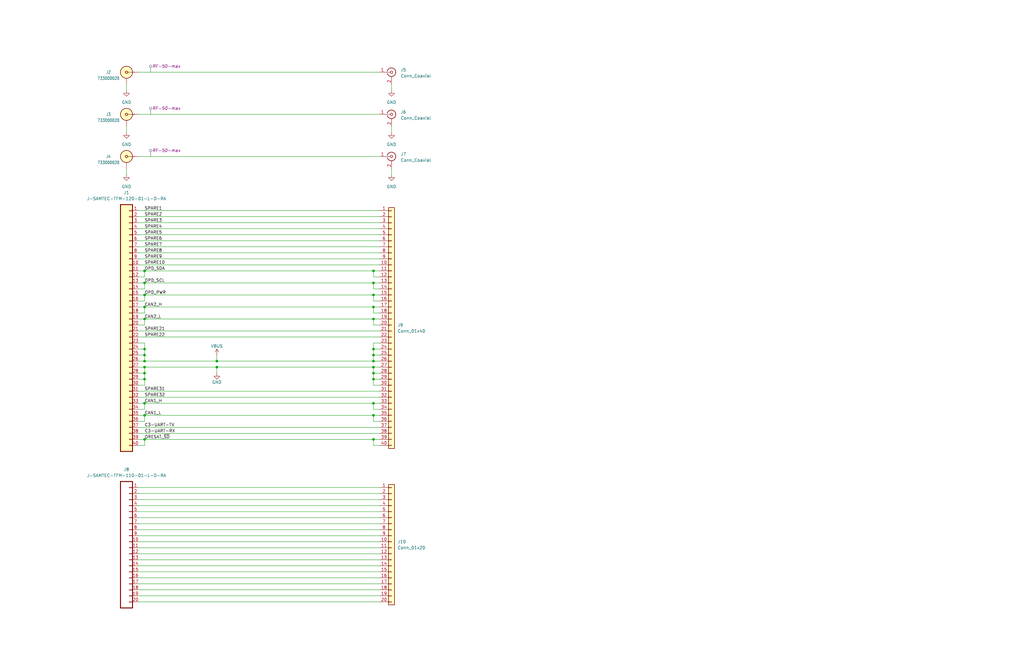
<source format=kicad_sch>
(kicad_sch (version 20230121) (generator eeschema)
  (paper "USLedger")
  (lib_symbols
    (symbol "Connector:Conn_Coaxial" (pin_names (offset 1.016) hide)
      (property "Reference" "J" (at 0.254 3.048 0))
      (property "Value" "Conn_Coaxial" (at 2.921 0 90))
      (symbol "Conn_Coaxial_0_1"
        (arc (start -1.778 -0.508) (mid 0.2311 -1.8066) (end 1.778 0) (stroke (width 0.254)))
        (polyline (pts (xy -2.54 0) (xy -0.508 0)))
        (polyline (pts (xy 0 -2.54) (xy 0 -1.778)))
        (circle (center 0 0) (radius 0.508) (stroke (width 0.2032)))
        (arc (start 1.778 0) (mid 0.2099 1.8101) (end -1.778 0.508) (stroke (width 0.254)))
      )
      (symbol "Conn_Coaxial_1_1"
        (pin passive line (at -5.08 0 0) (length 2.54) (name "In") (number "1"))
        (pin passive line (at 0 -5.08 90) (length 2.54) (name "Ext") (number "2"))
      )
    )
    (symbol "Connector_Generic:Conn_01x20" (pin_names (offset 1.016) hide)
      (property "Reference" "J" (at 0 25.4 0))
      (property "Value" "Conn_01x20" (at 0 -27.94 0))
      (symbol "Conn_01x20_1_1"
        (rectangle (start -1.27 -25.273) (end 0 -25.527) (stroke (width 0.1524)))
        (rectangle (start -1.27 -22.733) (end 0 -22.987) (stroke (width 0.1524)))
        (rectangle (start -1.27 -20.193) (end 0 -20.447) (stroke (width 0.1524)))
        (rectangle (start -1.27 -17.653) (end 0 -17.907) (stroke (width 0.1524)))
        (rectangle (start -1.27 -15.113) (end 0 -15.367) (stroke (width 0.1524)))
        (rectangle (start -1.27 -12.573) (end 0 -12.827) (stroke (width 0.1524)))
        (rectangle (start -1.27 -10.033) (end 0 -10.287) (stroke (width 0.1524)))
        (rectangle (start -1.27 -7.493) (end 0 -7.747) (stroke (width 0.1524)))
        (rectangle (start -1.27 -4.953) (end 0 -5.207) (stroke (width 0.1524)))
        (rectangle (start -1.27 -2.413) (end 0 -2.667) (stroke (width 0.1524)))
        (rectangle (start -1.27 0.127) (end 0 -0.127) (stroke (width 0.1524)))
        (rectangle (start -1.27 2.667) (end 0 2.413) (stroke (width 0.1524)))
        (rectangle (start -1.27 5.207) (end 0 4.953) (stroke (width 0.1524)))
        (rectangle (start -1.27 7.747) (end 0 7.493) (stroke (width 0.1524)))
        (rectangle (start -1.27 10.287) (end 0 10.033) (stroke (width 0.1524)))
        (rectangle (start -1.27 12.827) (end 0 12.573) (stroke (width 0.1524)))
        (rectangle (start -1.27 15.367) (end 0 15.113) (stroke (width 0.1524)))
        (rectangle (start -1.27 17.907) (end 0 17.653) (stroke (width 0.1524)))
        (rectangle (start -1.27 20.447) (end 0 20.193) (stroke (width 0.1524)))
        (rectangle (start -1.27 22.987) (end 0 22.733) (stroke (width 0.1524)))
        (rectangle (start -1.27 24.13) (end 1.27 -26.67) (stroke (width 0.254)) (fill (type background)))
        (pin passive line (at -5.08 22.86 0) (length 3.81) (name "Pin_1") (number "1"))
        (pin passive line (at -5.08 0 0) (length 3.81) (name "Pin_10") (number "10"))
        (pin passive line (at -5.08 -2.54 0) (length 3.81) (name "Pin_11") (number "11"))
        (pin passive line (at -5.08 -5.08 0) (length 3.81) (name "Pin_12") (number "12"))
        (pin passive line (at -5.08 -7.62 0) (length 3.81) (name "Pin_13") (number "13"))
        (pin passive line (at -5.08 -10.16 0) (length 3.81) (name "Pin_14") (number "14"))
        (pin passive line (at -5.08 -12.7 0) (length 3.81) (name "Pin_15") (number "15"))
        (pin passive line (at -5.08 -15.24 0) (length 3.81) (name "Pin_16") (number "16"))
        (pin passive line (at -5.08 -17.78 0) (length 3.81) (name "Pin_17") (number "17"))
        (pin passive line (at -5.08 -20.32 0) (length 3.81) (name "Pin_18") (number "18"))
        (pin passive line (at -5.08 -22.86 0) (length 3.81) (name "Pin_19") (number "19"))
        (pin passive line (at -5.08 20.32 0) (length 3.81) (name "Pin_2") (number "2"))
        (pin passive line (at -5.08 -25.4 0) (length 3.81) (name "Pin_20") (number "20"))
        (pin passive line (at -5.08 17.78 0) (length 3.81) (name "Pin_3") (number "3"))
        (pin passive line (at -5.08 15.24 0) (length 3.81) (name "Pin_4") (number "4"))
        (pin passive line (at -5.08 12.7 0) (length 3.81) (name "Pin_5") (number "5"))
        (pin passive line (at -5.08 10.16 0) (length 3.81) (name "Pin_6") (number "6"))
        (pin passive line (at -5.08 7.62 0) (length 3.81) (name "Pin_7") (number "7"))
        (pin passive line (at -5.08 5.08 0) (length 3.81) (name "Pin_8") (number "8"))
        (pin passive line (at -5.08 2.54 0) (length 3.81) (name "Pin_9") (number "9"))
      )
    )
    (symbol "Connector_Generic:Conn_01x40" (pin_names (offset 1.016) hide)
      (property "Reference" "J" (at 0 50.8 0))
      (property "Value" "Conn_01x40" (at 0 -53.34 0))
      (symbol "Conn_01x40_1_1"
        (rectangle (start -1.27 -50.673) (end 0 -50.927) (stroke (width 0.1524)))
        (rectangle (start -1.27 -48.133) (end 0 -48.387) (stroke (width 0.1524)))
        (rectangle (start -1.27 -45.593) (end 0 -45.847) (stroke (width 0.1524)))
        (rectangle (start -1.27 -43.053) (end 0 -43.307) (stroke (width 0.1524)))
        (rectangle (start -1.27 -40.513) (end 0 -40.767) (stroke (width 0.1524)))
        (rectangle (start -1.27 -37.973) (end 0 -38.227) (stroke (width 0.1524)))
        (rectangle (start -1.27 -35.433) (end 0 -35.687) (stroke (width 0.1524)))
        (rectangle (start -1.27 -32.893) (end 0 -33.147) (stroke (width 0.1524)))
        (rectangle (start -1.27 -30.353) (end 0 -30.607) (stroke (width 0.1524)))
        (rectangle (start -1.27 -27.813) (end 0 -28.067) (stroke (width 0.1524)))
        (rectangle (start -1.27 -25.273) (end 0 -25.527) (stroke (width 0.1524)))
        (rectangle (start -1.27 -22.733) (end 0 -22.987) (stroke (width 0.1524)))
        (rectangle (start -1.27 -20.193) (end 0 -20.447) (stroke (width 0.1524)))
        (rectangle (start -1.27 -17.653) (end 0 -17.907) (stroke (width 0.1524)))
        (rectangle (start -1.27 -15.113) (end 0 -15.367) (stroke (width 0.1524)))
        (rectangle (start -1.27 -12.573) (end 0 -12.827) (stroke (width 0.1524)))
        (rectangle (start -1.27 -10.033) (end 0 -10.287) (stroke (width 0.1524)))
        (rectangle (start -1.27 -7.493) (end 0 -7.747) (stroke (width 0.1524)))
        (rectangle (start -1.27 -4.953) (end 0 -5.207) (stroke (width 0.1524)))
        (rectangle (start -1.27 -2.413) (end 0 -2.667) (stroke (width 0.1524)))
        (rectangle (start -1.27 0.127) (end 0 -0.127) (stroke (width 0.1524)))
        (rectangle (start -1.27 2.667) (end 0 2.413) (stroke (width 0.1524)))
        (rectangle (start -1.27 5.207) (end 0 4.953) (stroke (width 0.1524)))
        (rectangle (start -1.27 7.747) (end 0 7.493) (stroke (width 0.1524)))
        (rectangle (start -1.27 10.287) (end 0 10.033) (stroke (width 0.1524)))
        (rectangle (start -1.27 12.827) (end 0 12.573) (stroke (width 0.1524)))
        (rectangle (start -1.27 15.367) (end 0 15.113) (stroke (width 0.1524)))
        (rectangle (start -1.27 17.907) (end 0 17.653) (stroke (width 0.1524)))
        (rectangle (start -1.27 20.447) (end 0 20.193) (stroke (width 0.1524)))
        (rectangle (start -1.27 22.987) (end 0 22.733) (stroke (width 0.1524)))
        (rectangle (start -1.27 25.527) (end 0 25.273) (stroke (width 0.1524)))
        (rectangle (start -1.27 28.067) (end 0 27.813) (stroke (width 0.1524)))
        (rectangle (start -1.27 30.607) (end 0 30.353) (stroke (width 0.1524)))
        (rectangle (start -1.27 33.147) (end 0 32.893) (stroke (width 0.1524)))
        (rectangle (start -1.27 35.687) (end 0 35.433) (stroke (width 0.1524)))
        (rectangle (start -1.27 38.227) (end 0 37.973) (stroke (width 0.1524)))
        (rectangle (start -1.27 40.767) (end 0 40.513) (stroke (width 0.1524)))
        (rectangle (start -1.27 43.307) (end 0 43.053) (stroke (width 0.1524)))
        (rectangle (start -1.27 45.847) (end 0 45.593) (stroke (width 0.1524)))
        (rectangle (start -1.27 48.387) (end 0 48.133) (stroke (width 0.1524)))
        (rectangle (start -1.27 49.53) (end 1.27 -52.07) (stroke (width 0.254)) (fill (type background)))
        (pin passive line (at -5.08 48.26 0) (length 3.81) (name "Pin_1") (number "1"))
        (pin passive line (at -5.08 25.4 0) (length 3.81) (name "Pin_10") (number "10"))
        (pin passive line (at -5.08 22.86 0) (length 3.81) (name "Pin_11") (number "11"))
        (pin passive line (at -5.08 20.32 0) (length 3.81) (name "Pin_12") (number "12"))
        (pin passive line (at -5.08 17.78 0) (length 3.81) (name "Pin_13") (number "13"))
        (pin passive line (at -5.08 15.24 0) (length 3.81) (name "Pin_14") (number "14"))
        (pin passive line (at -5.08 12.7 0) (length 3.81) (name "Pin_15") (number "15"))
        (pin passive line (at -5.08 10.16 0) (length 3.81) (name "Pin_16") (number "16"))
        (pin passive line (at -5.08 7.62 0) (length 3.81) (name "Pin_17") (number "17"))
        (pin passive line (at -5.08 5.08 0) (length 3.81) (name "Pin_18") (number "18"))
        (pin passive line (at -5.08 2.54 0) (length 3.81) (name "Pin_19") (number "19"))
        (pin passive line (at -5.08 45.72 0) (length 3.81) (name "Pin_2") (number "2"))
        (pin passive line (at -5.08 0 0) (length 3.81) (name "Pin_20") (number "20"))
        (pin passive line (at -5.08 -2.54 0) (length 3.81) (name "Pin_21") (number "21"))
        (pin passive line (at -5.08 -5.08 0) (length 3.81) (name "Pin_22") (number "22"))
        (pin passive line (at -5.08 -7.62 0) (length 3.81) (name "Pin_23") (number "23"))
        (pin passive line (at -5.08 -10.16 0) (length 3.81) (name "Pin_24") (number "24"))
        (pin passive line (at -5.08 -12.7 0) (length 3.81) (name "Pin_25") (number "25"))
        (pin passive line (at -5.08 -15.24 0) (length 3.81) (name "Pin_26") (number "26"))
        (pin passive line (at -5.08 -17.78 0) (length 3.81) (name "Pin_27") (number "27"))
        (pin passive line (at -5.08 -20.32 0) (length 3.81) (name "Pin_28") (number "28"))
        (pin passive line (at -5.08 -22.86 0) (length 3.81) (name "Pin_29") (number "29"))
        (pin passive line (at -5.08 43.18 0) (length 3.81) (name "Pin_3") (number "3"))
        (pin passive line (at -5.08 -25.4 0) (length 3.81) (name "Pin_30") (number "30"))
        (pin passive line (at -5.08 -27.94 0) (length 3.81) (name "Pin_31") (number "31"))
        (pin passive line (at -5.08 -30.48 0) (length 3.81) (name "Pin_32") (number "32"))
        (pin passive line (at -5.08 -33.02 0) (length 3.81) (name "Pin_33") (number "33"))
        (pin passive line (at -5.08 -35.56 0) (length 3.81) (name "Pin_34") (number "34"))
        (pin passive line (at -5.08 -38.1 0) (length 3.81) (name "Pin_35") (number "35"))
        (pin passive line (at -5.08 -40.64 0) (length 3.81) (name "Pin_36") (number "36"))
        (pin passive line (at -5.08 -43.18 0) (length 3.81) (name "Pin_37") (number "37"))
        (pin passive line (at -5.08 -45.72 0) (length 3.81) (name "Pin_38") (number "38"))
        (pin passive line (at -5.08 -48.26 0) (length 3.81) (name "Pin_39") (number "39"))
        (pin passive line (at -5.08 40.64 0) (length 3.81) (name "Pin_4") (number "4"))
        (pin passive line (at -5.08 -50.8 0) (length 3.81) (name "Pin_40") (number "40"))
        (pin passive line (at -5.08 38.1 0) (length 3.81) (name "Pin_5") (number "5"))
        (pin passive line (at -5.08 35.56 0) (length 3.81) (name "Pin_6") (number "6"))
        (pin passive line (at -5.08 33.02 0) (length 3.81) (name "Pin_7") (number "7"))
        (pin passive line (at -5.08 30.48 0) (length 3.81) (name "Pin_8") (number "8"))
        (pin passive line (at -5.08 27.94 0) (length 3.81) (name "Pin_9") (number "9"))
      )
    )
    (symbol "oresat-connectors:J-MOLEX-SMPM-73300-002X"
      (property "Reference" "J" (at 5.08 -3.81 0))
      (property "Value" "733000020" (at 5.08 -6.35 0))
      (symbol "J-MOLEX-SMPM-73300-002X_1_0"
        (polyline (pts (xy 0.508 0) (xy 3.556 0)) (stroke (width 0.1524)))
        (circle (center 0 0) (radius 0.508) (stroke (width 0.254)))
        (circle (center 0 0) (radius 2.54) (stroke (width 0.254)) (fill (type background)))
        (pin passive line (at 0 -5.08 90) (length 2.54) (name "SHLD") (number "SHLD"))
        (pin passive line (at 5.08 0 180) (length 2.54) (name "SIG") (number "SIG"))
      )
    )
    (symbol "oresat-connectors:J-SAMTEC-TFM-110-01-L-D-RA" (pin_names hide)
      (property "Reference" "J" (at -2.54 30.48 0))
      (property "Value" "J-SAMTEC-TFM-110-01-L-D-RA" (at 0 -55.88 0))
      (symbol "J-SAMTEC-TFM-110-01-L-D-RA_0_1"
        (rectangle (start -2.54 27.94) (end 2.54 -25.4) (stroke (width 0.4)))
        (rectangle (start 2.413 -22.733) (end 1.143 -22.987) (stroke (width 0.1524)))
        (rectangle (start 2.413 -20.193) (end 1.143 -20.447) (stroke (width 0.1524)))
        (rectangle (start 2.413 -17.653) (end 1.143 -17.907) (stroke (width 0.1524)))
        (rectangle (start 2.413 -15.113) (end 1.143 -15.367) (stroke (width 0.1524)))
        (rectangle (start 2.413 -12.573) (end 1.143 -12.827) (stroke (width 0.1524)))
        (rectangle (start 2.413 -10.033) (end 1.143 -10.287) (stroke (width 0.1524)))
        (rectangle (start 2.413 -7.493) (end 1.143 -7.747) (stroke (width 0.1524)))
        (rectangle (start 2.413 -4.953) (end 1.143 -5.207) (stroke (width 0.1524)))
        (rectangle (start 2.413 -2.413) (end 1.143 -2.667) (stroke (width 0.1524)))
        (rectangle (start 2.413 0.127) (end 1.143 -0.127) (stroke (width 0.1524)))
        (rectangle (start 2.413 2.667) (end 1.143 2.413) (stroke (width 0.1524)))
        (rectangle (start 2.413 5.207) (end 1.143 4.953) (stroke (width 0.1524)))
        (rectangle (start 2.413 7.747) (end 1.143 7.493) (stroke (width 0.1524)))
        (rectangle (start 2.413 10.287) (end 1.143 10.033) (stroke (width 0.1524)))
        (rectangle (start 2.413 12.827) (end 1.143 12.573) (stroke (width 0.1524)))
        (rectangle (start 2.413 15.367) (end 1.143 15.113) (stroke (width 0.1524)))
        (rectangle (start 2.413 17.907) (end 1.143 17.653) (stroke (width 0.1524)))
        (rectangle (start 2.413 20.447) (end 1.143 20.193) (stroke (width 0.1524)))
        (rectangle (start 2.413 22.987) (end 1.143 22.733) (stroke (width 0.1524)))
        (rectangle (start 2.413 25.527) (end 1.143 25.273) (stroke (width 0.1524)))
      )
      (symbol "J-SAMTEC-TFM-110-01-L-D-RA_1_1"
        (pin passive line (at 5.08 25.4 180) (length 2.54) (name "") (number "1"))
        (pin passive line (at 5.08 2.54 180) (length 2.54) (name "") (number "10"))
        (pin passive line (at 5.08 0 180) (length 2.54) (name "") (number "11"))
        (pin passive line (at 5.08 -2.54 180) (length 2.54) (name "") (number "12"))
        (pin passive line (at 5.08 -5.08 180) (length 2.54) (name "") (number "13"))
        (pin passive line (at 5.08 -7.62 180) (length 2.54) (name "") (number "14"))
        (pin passive line (at 5.08 -10.16 180) (length 2.54) (name "") (number "15"))
        (pin passive line (at 5.08 -12.7 180) (length 2.54) (name "") (number "16"))
        (pin passive line (at 5.08 -15.24 180) (length 2.54) (name "") (number "17"))
        (pin passive line (at 5.08 -17.78 180) (length 2.54) (name "") (number "18"))
        (pin passive line (at 5.08 -20.32 180) (length 2.54) (name "") (number "19"))
        (pin passive line (at 5.08 22.86 180) (length 2.54) (name "") (number "2"))
        (pin passive line (at 5.08 -22.86 180) (length 2.54) (name "") (number "20"))
        (pin passive line (at 5.08 20.32 180) (length 2.54) (name "") (number "3"))
        (pin passive line (at 5.08 17.78 180) (length 2.54) (name "") (number "4"))
        (pin passive line (at 5.08 15.24 180) (length 2.54) (name "") (number "5"))
        (pin passive line (at 5.08 12.7 180) (length 2.54) (name "") (number "6"))
        (pin passive line (at 5.08 10.16 180) (length 2.54) (name "") (number "7"))
        (pin passive line (at 5.08 7.62 180) (length 2.54) (name "") (number "8"))
        (pin passive line (at 5.08 5.08 180) (length 2.54) (name "") (number "9"))
      )
    )
    (symbol "oresat-connectors:J-SAMTEC-TFM-120-01-L-D-RA" (pin_names hide)
      (property "Reference" "J" (at 0 54.61 0))
      (property "Value" "J-SAMTEC-TFM-120-01-L-D-RA" (at 0 52.07 0))
      (symbol "J-SAMTEC-TFM-120-01-L-D-RA_0_1"
        (rectangle (start 2.413 -50.673) (end 1.143 -50.927) (stroke (width 0.1524)))
        (rectangle (start 2.413 -48.133) (end 1.143 -48.387) (stroke (width 0.1524)))
        (rectangle (start 2.413 -45.593) (end 1.143 -45.847) (stroke (width 0.1524)))
        (rectangle (start 2.413 -43.053) (end 1.143 -43.307) (stroke (width 0.1524)))
        (rectangle (start 2.413 -40.513) (end 1.143 -40.767) (stroke (width 0.1524)))
        (rectangle (start 2.413 -37.973) (end 1.143 -38.227) (stroke (width 0.1524)))
        (rectangle (start 2.413 -35.433) (end 1.143 -35.687) (stroke (width 0.1524)))
        (rectangle (start 2.413 -32.893) (end 1.143 -33.147) (stroke (width 0.1524)))
        (rectangle (start 2.413 -30.353) (end 1.143 -30.607) (stroke (width 0.1524)))
        (rectangle (start 2.413 -27.813) (end 1.143 -28.067) (stroke (width 0.1524)))
        (rectangle (start 2.413 -25.273) (end 1.143 -25.527) (stroke (width 0.1524)))
        (rectangle (start 2.413 -22.733) (end 1.143 -22.987) (stroke (width 0.1524)))
        (rectangle (start 2.413 -20.193) (end 1.143 -20.447) (stroke (width 0.1524)))
        (rectangle (start 2.413 -17.653) (end 1.143 -17.907) (stroke (width 0.1524)))
        (rectangle (start 2.413 -15.113) (end 1.143 -15.367) (stroke (width 0.1524)))
        (rectangle (start 2.413 -12.573) (end 1.143 -12.827) (stroke (width 0.1524)))
        (rectangle (start 2.413 -10.033) (end 1.143 -10.287) (stroke (width 0.1524)))
        (rectangle (start 2.413 -7.493) (end 1.143 -7.747) (stroke (width 0.1524)))
        (rectangle (start 2.413 -4.953) (end 1.143 -5.207) (stroke (width 0.1524)))
        (rectangle (start 2.413 -2.413) (end 1.143 -2.667) (stroke (width 0.1524)))
        (rectangle (start 2.413 0.127) (end 1.143 -0.127) (stroke (width 0.1524)))
        (rectangle (start 2.413 2.667) (end 1.143 2.413) (stroke (width 0.1524)))
        (rectangle (start 2.413 5.207) (end 1.143 4.953) (stroke (width 0.1524)))
        (rectangle (start 2.413 7.747) (end 1.143 7.493) (stroke (width 0.1524)))
        (rectangle (start 2.413 10.287) (end 1.143 10.033) (stroke (width 0.1524)))
        (rectangle (start 2.413 12.827) (end 1.143 12.573) (stroke (width 0.1524)))
        (rectangle (start 2.413 15.367) (end 1.143 15.113) (stroke (width 0.1524)))
        (rectangle (start 2.413 17.907) (end 1.143 17.653) (stroke (width 0.1524)))
        (rectangle (start 2.413 20.447) (end 1.143 20.193) (stroke (width 0.1524)))
        (rectangle (start 2.413 22.987) (end 1.143 22.733) (stroke (width 0.1524)))
        (rectangle (start 2.413 25.527) (end 1.143 25.273) (stroke (width 0.1524)))
        (rectangle (start 2.413 28.067) (end 1.143 27.813) (stroke (width 0.1524)))
        (rectangle (start 2.413 30.607) (end 1.143 30.353) (stroke (width 0.1524)))
        (rectangle (start 2.413 33.147) (end 1.143 32.893) (stroke (width 0.1524)))
        (rectangle (start 2.413 35.687) (end 1.143 35.433) (stroke (width 0.1524)))
        (rectangle (start 2.413 38.227) (end 1.143 37.973) (stroke (width 0.1524)))
        (rectangle (start 2.413 40.767) (end 1.143 40.513) (stroke (width 0.1524)))
        (rectangle (start 2.413 43.307) (end 1.143 43.053) (stroke (width 0.1524)))
        (rectangle (start 2.413 45.847) (end 1.143 45.593) (stroke (width 0.1524)))
        (rectangle (start 2.413 48.387) (end 1.143 48.133) (stroke (width 0.1524)))
      )
      (symbol "J-SAMTEC-TFM-120-01-L-D-RA_1_1"
        (rectangle (start -2.54 50.8) (end 2.54 -53.34) (stroke (width 0.4)) (fill (type background)))
        (pin passive line (at 5.08 48.26 180) (length 2.54) (name "") (number "1"))
        (pin passive line (at 5.08 25.4 180) (length 2.54) (name "") (number "10"))
        (pin passive line (at 5.08 22.86 180) (length 2.54) (name "") (number "11"))
        (pin passive line (at 5.08 20.32 180) (length 2.54) (name "") (number "12"))
        (pin passive line (at 5.08 17.78 180) (length 2.54) (name "") (number "13"))
        (pin passive line (at 5.08 15.24 180) (length 2.54) (name "") (number "14"))
        (pin passive line (at 5.08 12.7 180) (length 2.54) (name "") (number "15"))
        (pin passive line (at 5.08 10.16 180) (length 2.54) (name "") (number "16"))
        (pin passive line (at 5.08 7.62 180) (length 2.54) (name "") (number "17"))
        (pin passive line (at 5.08 5.08 180) (length 2.54) (name "") (number "18"))
        (pin passive line (at 5.08 2.54 180) (length 2.54) (name "") (number "19"))
        (pin passive line (at 5.08 45.72 180) (length 2.54) (name "") (number "2"))
        (pin passive line (at 5.08 0 180) (length 2.54) (name "") (number "20"))
        (pin passive line (at 5.08 -2.54 180) (length 2.54) (name "") (number "21"))
        (pin passive line (at 5.08 -5.08 180) (length 2.54) (name "") (number "22"))
        (pin passive line (at 5.08 -7.62 180) (length 2.54) (name "") (number "23"))
        (pin passive line (at 5.08 -10.16 180) (length 2.54) (name "") (number "24"))
        (pin passive line (at 5.08 -12.7 180) (length 2.54) (name "") (number "25"))
        (pin passive line (at 5.08 -15.24 180) (length 2.54) (name "") (number "26"))
        (pin passive line (at 5.08 -17.78 180) (length 2.54) (name "") (number "27"))
        (pin passive line (at 5.08 -20.32 180) (length 2.54) (name "") (number "28"))
        (pin passive line (at 5.08 -22.86 180) (length 2.54) (name "") (number "29"))
        (pin passive line (at 5.08 43.18 180) (length 2.54) (name "") (number "3"))
        (pin passive line (at 5.08 -25.4 180) (length 2.54) (name "") (number "30"))
        (pin passive line (at 5.08 -27.94 180) (length 2.54) (name "") (number "31"))
        (pin passive line (at 5.08 -30.48 180) (length 2.54) (name "") (number "32"))
        (pin passive line (at 5.08 -33.02 180) (length 2.54) (name "") (number "33"))
        (pin passive line (at 5.08 -35.56 180) (length 2.54) (name "") (number "34"))
        (pin passive line (at 5.08 -38.1 180) (length 2.54) (name "") (number "35"))
        (pin passive line (at 5.08 -40.64 180) (length 2.54) (name "") (number "36"))
        (pin passive line (at 5.08 -43.18 180) (length 2.54) (name "") (number "37"))
        (pin passive line (at 5.08 -45.72 180) (length 2.54) (name "") (number "38"))
        (pin passive line (at 5.08 -48.26 180) (length 2.54) (name "") (number "39"))
        (pin passive line (at 5.08 40.64 180) (length 2.54) (name "") (number "4"))
        (pin passive line (at 5.08 -50.8 180) (length 2.54) (name "") (number "40"))
        (pin passive line (at 5.08 38.1 180) (length 2.54) (name "") (number "5"))
        (pin passive line (at 5.08 35.56 180) (length 2.54) (name "") (number "6"))
        (pin passive line (at 5.08 33.02 180) (length 2.54) (name "") (number "7"))
        (pin passive line (at 5.08 30.48 180) (length 2.54) (name "") (number "8"))
        (pin passive line (at 5.08 27.94 180) (length 2.54) (name "") (number "9"))
      )
    )
    (symbol "power:GND" (power) (pin_names (offset 0))
      (property "Value" "GND" (at 0 -3.81 0))
      (symbol "GND_0_1"
        (polyline (pts (xy 0 0) (xy 0 -1.27) (xy 1.27 -1.27) (xy 0 -2.54) (xy -1.27 -1.27) (xy 0 -1.27)))
      )
      (symbol "GND_1_1"
        (pin power_in line (at 0 0 270) (length 0) hide (name "GND") (number "1"))
      )
    )
    (symbol "power:VBUS" (power) (pin_names (offset 0))
      (property "Value" "VBUS" (at 0 3.81 0))
      (symbol "VBUS_0_1"
        (polyline (pts (xy -0.762 1.27) (xy 0 2.54)))
        (polyline (pts (xy 0 0) (xy 0 2.54)))
        (polyline (pts (xy 0 2.54) (xy 0.762 1.27)))
      )
      (symbol "VBUS_1_1"
        (pin power_in line (at 0 0 90) (length 0) hide (name "VBUS") (number "1"))
      )
    )
  )
  (junction (at 60.96 154.94))
  (junction (at 157.48 185.42))
  (junction (at 157.48 119.38))
  (junction (at 157.48 157.48))
  (junction (at 60.96 157.48))
  (junction (at 60.96 149.86))
  (junction (at 157.48 154.94))
  (junction (at 60.96 147.32))
  (junction (at 157.48 175.26))
  (junction (at 60.96 170.18))
  (junction (at 60.96 160.02))
  (junction (at 157.48 149.86))
  (junction (at 157.48 147.32))
  (junction (at 157.48 124.46))
  (junction (at 91.44 154.94))
  (junction (at 157.48 152.4))
  (junction (at 60.96 114.3))
  (junction (at 60.96 129.54))
  (junction (at 60.96 185.42))
  (junction (at 60.96 175.26))
  (junction (at 60.96 134.62))
  (junction (at 60.96 124.46))
  (junction (at 157.48 114.3))
  (junction (at 60.96 152.4))
  (junction (at 157.48 160.02))
  (junction (at 157.48 129.54))
  (junction (at 157.48 134.62))
  (junction (at 91.44 152.4))
  (junction (at 60.96 119.38))
  (junction (at 157.48 170.18))
  (wire (pts (xy 53.34 35.56) (xy 53.34 38.1)))
  (wire (pts (xy 58.42 152.4) (xy 60.96 152.4)))
  (wire (pts (xy 58.42 236.22) (xy 160.02 236.22)))
  (wire (pts (xy 60.96 149.86) (xy 58.42 149.86)))
  (wire (pts (xy 60.96 129.54) (xy 157.48 129.54)))
  (wire (pts (xy 58.42 142.24) (xy 160.02 142.24)))
  (wire (pts (xy 165.1 35.56) (xy 165.1 38.1)))
  (wire (pts (xy 60.96 137.16) (xy 60.96 134.62)))
  (wire (pts (xy 157.48 149.86) (xy 157.48 152.4)))
  (wire (pts (xy 58.42 157.48) (xy 60.96 157.48)))
  (wire (pts (xy 157.48 137.16) (xy 157.48 134.62)))
  (wire (pts (xy 91.44 149.86) (xy 91.44 152.4)))
  (wire (pts (xy 53.34 71.12) (xy 53.34 73.66)))
  (wire (pts (xy 157.48 154.94) (xy 160.02 154.94)))
  (wire (pts (xy 157.48 185.42) (xy 160.02 185.42)))
  (wire (pts (xy 160.02 144.78) (xy 157.48 144.78)))
  (wire (pts (xy 58.42 134.62) (xy 60.96 134.62)))
  (wire (pts (xy 60.96 127) (xy 60.96 124.46)))
  (wire (pts (xy 58.42 88.9) (xy 160.02 88.9)))
  (wire (pts (xy 58.42 144.78) (xy 60.96 144.78)))
  (wire (pts (xy 157.48 162.56) (xy 157.48 160.02)))
  (wire (pts (xy 157.48 116.84) (xy 157.48 114.3)))
  (wire (pts (xy 157.48 157.48) (xy 157.48 154.94)))
  (wire (pts (xy 91.44 152.4) (xy 157.48 152.4)))
  (wire (pts (xy 58.42 241.3) (xy 160.02 241.3)))
  (wire (pts (xy 157.48 187.96) (xy 157.48 185.42)))
  (wire (pts (xy 58.42 99.06) (xy 160.02 99.06)))
  (wire (pts (xy 58.42 223.52) (xy 160.02 223.52)))
  (wire (pts (xy 58.42 132.08) (xy 60.96 132.08)))
  (wire (pts (xy 160.02 132.08) (xy 157.48 132.08)))
  (wire (pts (xy 58.42 228.6) (xy 160.02 228.6)))
  (wire (pts (xy 58.42 167.64) (xy 160.02 167.64)))
  (wire (pts (xy 58.42 172.72) (xy 60.96 172.72)))
  (wire (pts (xy 58.42 165.1) (xy 160.02 165.1)))
  (wire (pts (xy 58.42 177.8) (xy 60.96 177.8)))
  (wire (pts (xy 60.96 144.78) (xy 60.96 147.32)))
  (wire (pts (xy 60.96 185.42) (xy 60.96 187.96)))
  (wire (pts (xy 91.44 152.4) (xy 60.96 152.4)))
  (wire (pts (xy 58.42 246.38) (xy 160.02 246.38)))
  (wire (pts (xy 60.96 119.38) (xy 157.48 119.38)))
  (wire (pts (xy 157.48 170.18) (xy 160.02 170.18)))
  (wire (pts (xy 58.42 233.68) (xy 160.02 233.68)))
  (wire (pts (xy 160.02 127) (xy 157.48 127)))
  (wire (pts (xy 157.48 177.8) (xy 157.48 175.26)))
  (wire (pts (xy 157.48 124.46) (xy 160.02 124.46)))
  (wire (pts (xy 58.42 116.84) (xy 60.96 116.84)))
  (wire (pts (xy 160.02 121.92) (xy 157.48 121.92)))
  (wire (pts (xy 60.96 114.3) (xy 157.48 114.3)))
  (wire (pts (xy 60.96 154.94) (xy 60.96 157.48)))
  (wire (pts (xy 58.42 106.68) (xy 160.02 106.68)))
  (wire (pts (xy 157.48 129.54) (xy 160.02 129.54)))
  (wire (pts (xy 60.96 154.94) (xy 91.44 154.94)))
  (wire (pts (xy 157.48 157.48) (xy 160.02 157.48)))
  (wire (pts (xy 157.48 127) (xy 157.48 124.46)))
  (wire (pts (xy 60.96 114.3) (xy 60.96 116.84)))
  (wire (pts (xy 58.42 248.92) (xy 160.02 248.92)))
  (wire (pts (xy 60.96 147.32) (xy 60.96 149.86)))
  (wire (pts (xy 60.96 175.26) (xy 157.48 175.26)))
  (wire (pts (xy 58.42 104.14) (xy 160.02 104.14)))
  (wire (pts (xy 60.96 172.72) (xy 60.96 170.18)))
  (wire (pts (xy 157.48 149.86) (xy 160.02 149.86)))
  (wire (pts (xy 58.42 114.3) (xy 60.96 114.3)))
  (wire (pts (xy 58.42 139.7) (xy 160.02 139.7)))
  (wire (pts (xy 60.96 157.48) (xy 60.96 160.02)))
  (wire (pts (xy 160.02 172.72) (xy 157.48 172.72)))
  (wire (pts (xy 165.1 53.34) (xy 165.1 55.88)))
  (wire (pts (xy 58.42 137.16) (xy 60.96 137.16)))
  (wire (pts (xy 58.42 175.26) (xy 60.96 175.26)))
  (wire (pts (xy 58.42 119.38) (xy 60.96 119.38)))
  (wire (pts (xy 157.48 172.72) (xy 157.48 170.18)))
  (wire (pts (xy 58.42 254) (xy 160.02 254)))
  (wire (pts (xy 60.96 170.18) (xy 157.48 170.18)))
  (wire (pts (xy 58.42 109.22) (xy 160.02 109.22)))
  (wire (pts (xy 160.02 177.8) (xy 157.48 177.8)))
  (wire (pts (xy 58.42 220.98) (xy 160.02 220.98)))
  (wire (pts (xy 58.42 218.44) (xy 160.02 218.44)))
  (wire (pts (xy 58.42 129.54) (xy 60.96 129.54)))
  (wire (pts (xy 60.96 134.62) (xy 157.48 134.62)))
  (wire (pts (xy 58.42 215.9) (xy 160.02 215.9)))
  (wire (pts (xy 58.42 187.96) (xy 60.96 187.96)))
  (wire (pts (xy 58.42 238.76) (xy 160.02 238.76)))
  (wire (pts (xy 157.48 160.02) (xy 157.48 157.48)))
  (wire (pts (xy 160.02 162.56) (xy 157.48 162.56)))
  (wire (pts (xy 60.96 152.4) (xy 60.96 149.86)))
  (wire (pts (xy 58.42 147.32) (xy 60.96 147.32)))
  (wire (pts (xy 157.48 134.62) (xy 160.02 134.62)))
  (wire (pts (xy 58.42 185.42) (xy 60.96 185.42)))
  (wire (pts (xy 60.96 124.46) (xy 157.48 124.46)))
  (wire (pts (xy 58.42 121.92) (xy 60.96 121.92)))
  (wire (pts (xy 60.96 162.56) (xy 60.96 160.02)))
  (wire (pts (xy 91.44 154.94) (xy 157.48 154.94)))
  (wire (pts (xy 165.1 71.12) (xy 165.1 73.66)))
  (wire (pts (xy 157.48 121.92) (xy 157.48 119.38)))
  (wire (pts (xy 58.42 127) (xy 60.96 127)))
  (wire (pts (xy 58.42 111.76) (xy 160.02 111.76)))
  (wire (pts (xy 58.42 182.88) (xy 160.02 182.88)))
  (wire (pts (xy 58.42 226.06) (xy 160.02 226.06)))
  (wire (pts (xy 157.48 147.32) (xy 160.02 147.32)))
  (wire (pts (xy 91.44 157.48) (xy 91.44 154.94)))
  (wire (pts (xy 58.42 66.04) (xy 160.02 66.04)))
  (wire (pts (xy 58.42 96.52) (xy 160.02 96.52)))
  (wire (pts (xy 53.34 53.34) (xy 53.34 55.88)))
  (wire (pts (xy 160.02 187.96) (xy 157.48 187.96)))
  (wire (pts (xy 58.42 243.84) (xy 160.02 243.84)))
  (wire (pts (xy 157.48 147.32) (xy 157.48 149.86)))
  (wire (pts (xy 157.48 119.38) (xy 160.02 119.38)))
  (wire (pts (xy 58.42 154.94) (xy 60.96 154.94)))
  (wire (pts (xy 60.96 121.92) (xy 60.96 119.38)))
  (wire (pts (xy 58.42 48.26) (xy 160.02 48.26)))
  (wire (pts (xy 60.96 185.42) (xy 157.48 185.42)))
  (wire (pts (xy 58.42 213.36) (xy 160.02 213.36)))
  (wire (pts (xy 58.42 210.82) (xy 160.02 210.82)))
  (wire (pts (xy 58.42 208.28) (xy 160.02 208.28)))
  (wire (pts (xy 58.42 124.46) (xy 60.96 124.46)))
  (wire (pts (xy 58.42 91.44) (xy 160.02 91.44)))
  (wire (pts (xy 58.42 93.98) (xy 160.02 93.98)))
  (wire (pts (xy 160.02 116.84) (xy 157.48 116.84)))
  (wire (pts (xy 160.02 137.16) (xy 157.48 137.16)))
  (wire (pts (xy 58.42 101.6) (xy 160.02 101.6)))
  (wire (pts (xy 58.42 231.14) (xy 160.02 231.14)))
  (wire (pts (xy 157.48 144.78) (xy 157.48 147.32)))
  (wire (pts (xy 157.48 152.4) (xy 160.02 152.4)))
  (wire (pts (xy 58.42 170.18) (xy 60.96 170.18)))
  (wire (pts (xy 157.48 114.3) (xy 160.02 114.3)))
  (wire (pts (xy 58.42 30.48) (xy 160.02 30.48)))
  (wire (pts (xy 157.48 160.02) (xy 160.02 160.02)))
  (wire (pts (xy 157.48 132.08) (xy 157.48 129.54)))
  (wire (pts (xy 58.42 251.46) (xy 160.02 251.46)))
  (wire (pts (xy 60.96 132.08) (xy 60.96 129.54)))
  (wire (pts (xy 58.42 180.34) (xy 160.02 180.34)))
  (wire (pts (xy 58.42 162.56) (xy 60.96 162.56)))
  (wire (pts (xy 60.96 177.8) (xy 60.96 175.26)))
  (wire (pts (xy 58.42 205.74) (xy 160.02 205.74)))
  (wire (pts (xy 157.48 175.26) (xy 160.02 175.26)))
  (wire (pts (xy 60.96 160.02) (xy 58.42 160.02)))
  (label "SPARE1" (at 60.96 88.9 0))
  (label "CAN1_L" (at 60.96 175.26 0))
  (label "SPARE32" (at 60.96 167.64 0))
  (label "C3-UART-RX" (at 60.96 182.88 0))
  (label "CAN1_H" (at 60.96 170.18 0))
  (label "C3-UART-TX" (at 60.96 180.34 0))
  (label "ORESAT_~{SD}" (at 60.96 185.42 0))
  (label "OPD_SCL" (at 60.96 119.38 0))
  (label "SPARE9" (at 60.96 109.22 0))
  (label "SPARE3" (at 60.96 93.98 0))
  (label "SPARE2" (at 60.96 91.44 0))
  (label "SPARE21" (at 60.96 139.7 0))
  (label "OPD_SDA" (at 60.96 114.3 0))
  (label "SPARE5" (at 60.96 99.06 0))
  (label "OPD_PWR" (at 60.96 124.46 0))
  (label "SPARE4" (at 60.96 96.52 0))
  (label "SPARE7" (at 60.96 104.14 0))
  (label "SPARE10" (at 60.96 111.76 0))
  (label "SPARE22" (at 60.96 142.24 0))
  (label "SPARE6" (at 60.96 101.6 0))
  (label "SPARE31" (at 60.96 165.1 0))
  (label "SPARE8" (at 60.96 106.68 0))
  (label "CAN2_L" (at 60.96 134.62 0))
  (label "CAN2_H" (at 60.96 129.54 0))
  (netclass_flag "" (length 2.54) (shape round) (at 63.5 66.04 0) (property "Netclass" "RF-50-max" (at 64.1985 63.5 0) (effects (font italic) (justify left))))
  (netclass_flag "" (length 2.54) (shape round) (at 63.5 48.26 0) (property "Netclass" "RF-50-max" (at 64.1985 45.72 0) (effects (font italic) (justify left))))
  (netclass_flag "" (length 2.54) (shape round) (at 63.5 30.48 0) (property "Netclass" "RF-50-max" (at 64.1985 27.94 0) (effects (font italic) (justify left))))
  (symbol (lib_id "oresat-connectors:J-MOLEX-SMPM-73300-002X") (at 53.34 48.26 0) (unit 1)
    (property "Reference" "J3" (at 45.72 48.26 0) (effects (font (size 1.27 1.0795))))
    (property "Value" "733000020" (at 45.72 50.8 0) (effects (font (size 1.27 1.0795))))
    (property "Footprint" "oresat-connectors:J-MOLEX-SMPM-073300-002X" (effects hide))
    (property "Datasheet" "https://tools.molex.com/pdm_docs/sd/733000020_sd.pdf" (effects hide))
  )
  (symbol (lib_id "power:GND") (at 91.44 157.48 0) (unit 1)
    (property "Reference" "#PWR02" (effects hide))
    (property "Value" "GND" (at 91.44 161.29 0))
  )
  (symbol (lib_id "power:GND") (at 53.34 38.1 0) (unit 1)
    (property "Reference" "#PWR03" (effects hide))
    (property "Value" "GND" (at 53.34 43.18 0))
  )
  (symbol (lib_id "power:GND") (at 165.1 55.88 0) (unit 1)
    (property "Reference" "#PWR07" (effects hide))
    (property "Value" "GND" (at 165.1 60.96 0))
  )
  (symbol (lib_id "Connector:Conn_Coaxial") (at 165.1 30.48 0) (unit 1)
    (property "Reference" "J5" (at 168.91 29.5032 0) (effects (justify left)))
    (property "Value" "Conn_Coaxial" (at 168.91 32.0432 0) (effects (justify left)))
    (property "Footprint" "Connector_Coaxial:SMA_Amphenol_132289_EdgeMount" (effects hide))
    (property "Datasheet" " ~" (effects hide))
  )
  (symbol (lib_id "Connector_Generic:Conn_01x40") (at 165.1 137.16 0) (unit 1)
    (property "Reference" "J9" (at 167.64 137.16 0) (effects (justify left)))
    (property "Value" "Conn_01x40" (at 167.64 139.7 0) (effects (justify left)))
    (property "Footprint" "Connector_IDC:IDC-Header_2x20_P2.54mm_Vertical" (effects hide))
  )
  (symbol (lib_id "power:GND") (at 165.1 73.66 0) (unit 1)
    (property "Reference" "#PWR06" (effects hide))
    (property "Value" "GND" (at 165.1 78.74 0))
  )
  (symbol (lib_id "oresat-connectors:J-MOLEX-SMPM-73300-002X") (at 53.34 30.48 0) (unit 1)
    (property "Reference" "J2" (at 45.72 30.48 0) (effects (font (size 1.27 1.0795))))
    (property "Value" "733000020" (at 45.72 33.02 0) (effects (font (size 1.27 1.0795))))
    (property "Footprint" "oresat-connectors:J-MOLEX-SMPM-073300-002X" (effects hide))
    (property "Datasheet" "https://tools.molex.com/pdm_docs/sd/733000020_sd.pdf" (effects hide))
  )
  (symbol (lib_id "power:GND") (at 53.34 55.88 0) (unit 1)
    (property "Reference" "#PWR04" (effects hide))
    (property "Value" "GND" (at 53.34 60.96 0))
  )
  (symbol (lib_id "Connector:Conn_Coaxial") (at 165.1 48.26 0) (unit 1)
    (property "Reference" "J6" (at 168.91 47.2832 0) (effects (justify left)))
    (property "Value" "Conn_Coaxial" (at 168.91 49.8232 0) (effects (justify left)))
    (property "Footprint" "Connector_Coaxial:SMA_Amphenol_132289_EdgeMount" (effects hide))
    (property "Datasheet" " ~" (effects hide))
  )
  (symbol (lib_id "Connector:Conn_Coaxial") (at 165.1 66.04 0) (unit 1)
    (property "Reference" "J7" (at 168.91 65.0632 0) (effects (justify left)))
    (property "Value" "Conn_Coaxial" (at 168.91 67.6032 0) (effects (justify left)))
    (property "Footprint" "Connector_Coaxial:SMA_Amphenol_132289_EdgeMount" (effects hide))
    (property "Datasheet" " ~" (effects hide))
  )
  (symbol (lib_id "power:GND") (at 165.1 38.1 0) (unit 1)
    (property "Reference" "#PWR08" (effects hide))
    (property "Value" "GND" (at 165.1 43.18 0))
  )
  (symbol (lib_id "power:GND") (at 53.34 73.66 0) (unit 1)
    (property "Reference" "#PWR05" (effects hide))
    (property "Value" "GND" (at 53.34 78.74 0))
  )
  (symbol (lib_id "oresat-connectors:J-SAMTEC-TFM-110-01-L-D-RA") (at 53.34 231.14 0) (unit 1)
    (property "Reference" "J8" (at 53.34 198.12 0))
    (property "Value" "J-SAMTEC-TFM-110-01-L-D-RA" (at 53.34 200.66 0))
    (property "Footprint" "oresat-connectors:J-SAMTEC-TFM-110-X1-XXX-D-RA-small-pads" (effects hide))
    (property "Datasheet" "https://suddendocs.samtec.com/catalog_english/tfm.pdf" (effects hide))
  )
  (symbol (lib_id "oresat-connectors:J-MOLEX-SMPM-73300-002X") (at 53.34 66.04 0) (unit 1)
    (property "Reference" "J4" (at 45.72 66.04 0) (effects (font (size 1.27 1.0795))))
    (property "Value" "733000020" (at 45.72 68.58 0) (effects (font (size 1.27 1.0795))))
    (property "Footprint" "oresat-connectors:J-MOLEX-SMPM-073300-002X" (effects hide))
    (property "Datasheet" "https://tools.molex.com/pdm_docs/sd/733000020_sd.pdf" (effects hide))
  )
  (symbol (lib_id "oresat-connectors:J-SAMTEC-TFM-120-01-L-D-RA") (at 53.34 137.16 0) (unit 1)
    (property "Reference" "J1" (at 53.34 81.28 0))
    (property "Value" "J-SAMTEC-TFM-120-01-L-D-RA" (at 53.34 83.82 0))
    (property "Footprint" "oresat-connectors:J-SAMTEC-TFM-120-X1-XXX-D-RA-small-pads" (effects hide))
    (property "Datasheet" "https://suddendocs.samtec.com/catalog_english/tfm.pdf" (effects hide))
  )
  (symbol (lib_id "Connector_Generic:Conn_01x20") (at 165.1 228.6 0) (unit 1)
    (property "Reference" "J10" (at 167.64 228.6 0) (effects (justify left)))
    (property "Value" "Conn_01x20" (at 167.64 231.14 0) (effects (justify left)))
    (property "Footprint" "Connector_PinHeader_2.54mm:PinHeader_2x10_P2.54mm_Vertical" (effects hide))
  )
  (symbol (lib_id "power:VBUS") (at 91.44 149.86 0) (unit 1)
    (property "Reference" "#PWR01" (effects hide))
    (property "Value" "VBUS" (at 91.44 146.05 0))
  )
)
</source>
